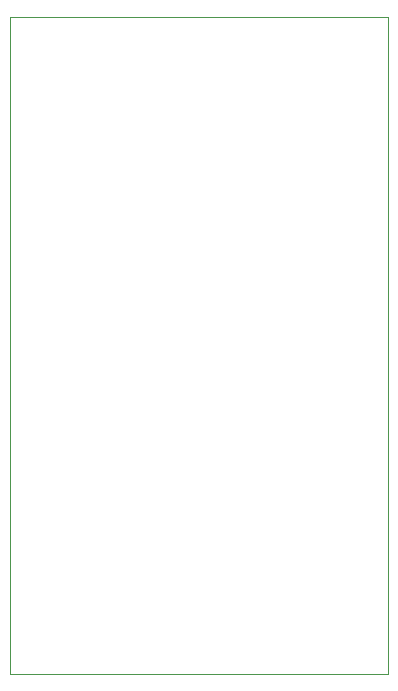
<source format=gbr>
%TF.GenerationSoftware,KiCad,Pcbnew,(6.0.9)*%
%TF.CreationDate,2022-11-21T20:56:18+08:00*%
%TF.ProjectId,Sitronix_3.95''_480x480,53697472-6f6e-4697-985f-332e39352727,rev?*%
%TF.SameCoordinates,Original*%
%TF.FileFunction,Profile,NP*%
%FSLAX46Y46*%
G04 Gerber Fmt 4.6, Leading zero omitted, Abs format (unit mm)*
G04 Created by KiCad (PCBNEW (6.0.9)) date 2022-11-21 20:56:18*
%MOMM*%
%LPD*%
G01*
G04 APERTURE LIST*
%TA.AperFunction,Profile*%
%ADD10C,0.100000*%
%TD*%
G04 APERTURE END LIST*
D10*
X75819000Y-60960000D02*
X107823000Y-60960000D01*
X107823000Y-60960000D02*
X107823000Y-116586000D01*
X107823000Y-116586000D02*
X75819000Y-116586000D01*
X75819000Y-116586000D02*
X75819000Y-60960000D01*
M02*

</source>
